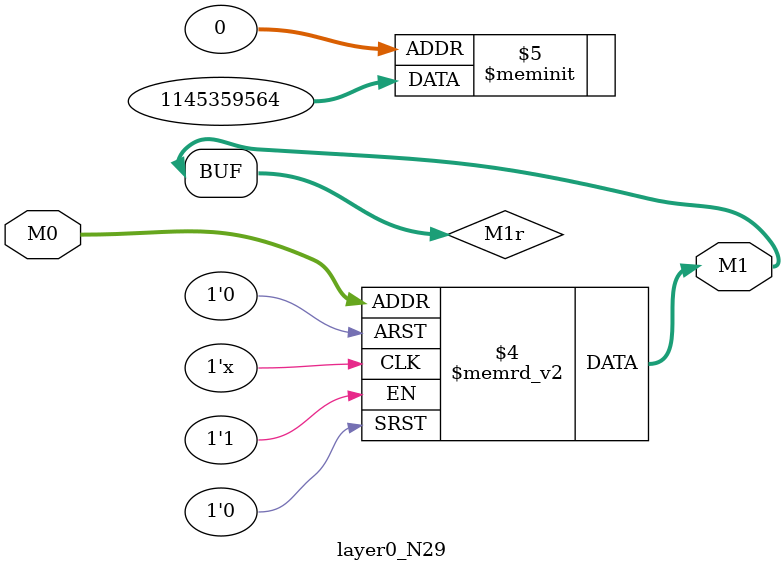
<source format=v>
module layer0_N29 ( input [3:0] M0, output [1:0] M1 );

	(*rom_style = "distributed" *) reg [1:0] M1r;
	assign M1 = M1r;
	always @ (M0) begin
		case (M0)
			4'b0000: M1r = 2'b00;
			4'b1000: M1r = 2'b00;
			4'b0100: M1r = 2'b00;
			4'b1100: M1r = 2'b00;
			4'b0010: M1r = 2'b00;
			4'b1010: M1r = 2'b00;
			4'b0110: M1r = 2'b00;
			4'b1110: M1r = 2'b00;
			4'b0001: M1r = 2'b11;
			4'b1001: M1r = 2'b01;
			4'b0101: M1r = 2'b11;
			4'b1101: M1r = 2'b01;
			4'b0011: M1r = 2'b11;
			4'b1011: M1r = 2'b01;
			4'b0111: M1r = 2'b11;
			4'b1111: M1r = 2'b01;

		endcase
	end
endmodule

</source>
